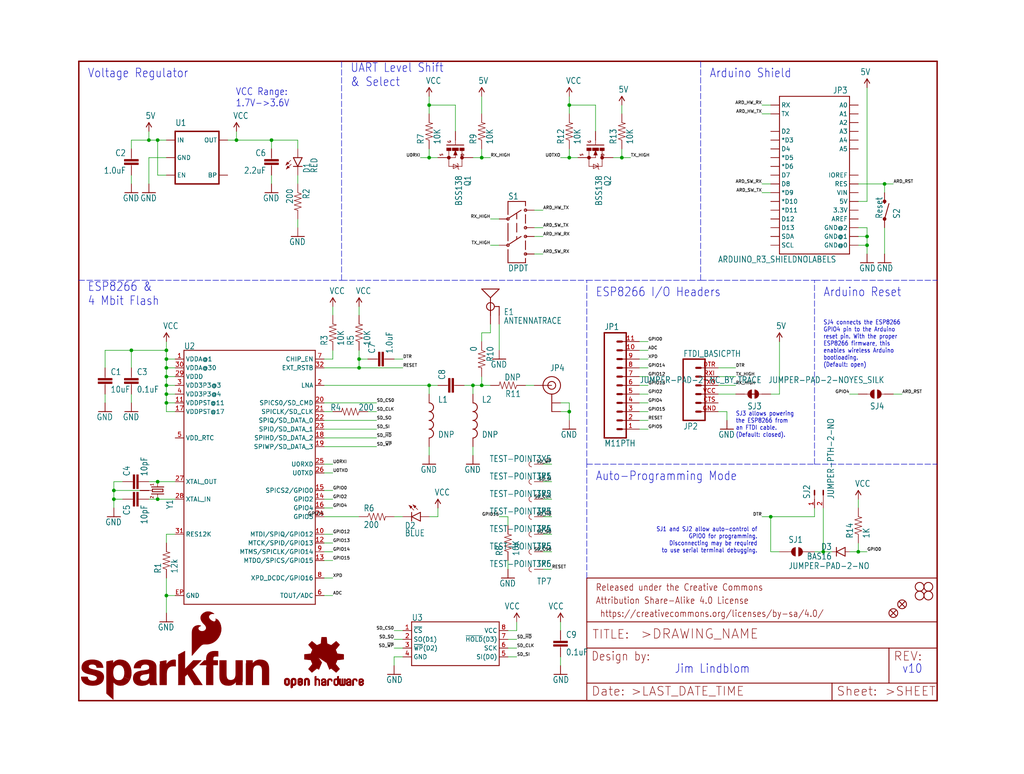
<source format=kicad_sch>
(kicad_sch (version 20211123) (generator eeschema)
  (paper "User" 297.002 224.485)
  (lib_symbols
    (symbol "eagleSchem-eagle-import:0.1UF-25V(+80{slash}-20%)(0603)"
      (property "Reference" "C" (at 1.524 2.921 0))
      (property "Value" "0.1UF-25V(+80{slash}-20%)(0603)" (at 1.524 -2.159 0))
      (symbol "0.1UF-25V(+80{slash}-20%)(0603)_1_0"
        (pin passive line (at 0 5.08 270) (length 2.54) (name "1") (number "1"))
        (pin passive line (at 0 -2.54 90) (length 2.54) (name "2") (number "2"))
      )
    )
    (symbol "eagleSchem-eagle-import:0OHM1{slash}10W5%(0603)"
      (property "Reference" "R" (at -3.81 1.4986 0))
      (property "Value" "0OHM1{slash}10W5%(0603)" (at -3.81 -3.302 0))
      (symbol "0OHM1{slash}10W5%(0603)_1_0"
        (pin passive line (at -5.08 0 0) (length 2.54) (name "1") (number "1"))
        (pin passive line (at 5.08 0 180) (length 2.54) (name "2") (number "2"))
      )
    )
    (symbol "eagleSchem-eagle-import:1.0UF-16V-10%(0603)"
      (property "Reference" "C" (at 1.524 2.921 0))
      (property "Value" "1.0UF-16V-10%(0603)" (at 1.524 -2.159 0))
      (symbol "1.0UF-16V-10%(0603)_1_0"
        (pin passive line (at 0 5.08 270) (length 2.54) (name "1") (number "1"))
        (pin passive line (at 0 -2.54 90) (length 2.54) (name "2") (number "2"))
      )
    )
    (symbol "eagleSchem-eagle-import:1.0UF-25V-+80{slash}-20(0805)"
      (property "Reference" "C" (at 1.524 2.921 0))
      (property "Value" "1.0UF-25V-+80{slash}-20(0805)" (at 1.524 -2.159 0))
      (symbol "1.0UF-25V-+80{slash}-20(0805)_1_0"
        (pin passive line (at 0 5.08 270) (length 2.54) (name "1") (number "1"))
        (pin passive line (at 0 -2.54 90) (length 2.54) (name "2") (number "2"))
      )
    )
    (symbol "eagleSchem-eagle-import:10KOHM1{slash}10W1%(0603)0603"
      (property "Reference" "R" (at -3.81 1.4986 0))
      (property "Value" "10KOHM1{slash}10W1%(0603)0603" (at -3.81 -3.302 0))
      (symbol "10KOHM1{slash}10W1%(0603)0603_1_0"
        (pin passive line (at -5.08 0 0) (length 2.54) (name "1") (number "1"))
        (pin passive line (at 5.08 0 180) (length 2.54) (name "2") (number "2"))
      )
    )
    (symbol "eagleSchem-eagle-import:10PF-50V-5%(0603)"
      (property "Reference" "C" (at 1.524 2.921 0))
      (property "Value" "10PF-50V-5%(0603)" (at 1.524 -2.159 0))
      (symbol "10PF-50V-5%(0603)_1_0"
        (pin passive line (at 0 5.08 270) (length 2.54) (name "1") (number "1"))
        (pin passive line (at 0 -2.54 90) (length 2.54) (name "2") (number "2"))
      )
    )
    (symbol "eagleSchem-eagle-import:10UF-6.3V-20%(0603)"
      (property "Reference" "C" (at 1.524 2.921 0))
      (property "Value" "10UF-6.3V-20%(0603)" (at 1.524 -2.159 0))
      (symbol "10UF-6.3V-20%(0603)_1_0"
        (pin passive line (at 0 5.08 270) (length 2.54) (name "1") (number "1"))
        (pin passive line (at 0 -2.54 90) (length 2.54) (name "2") (number "2"))
      )
    )
    (symbol "eagleSchem-eagle-import:12KOHM-1{slash}10W-1%(0603)"
      (property "Reference" "R" (at -3.81 1.4986 0))
      (property "Value" "12KOHM-1{slash}10W-1%(0603)" (at -3.81 -3.302 0))
      (symbol "12KOHM-1{slash}10W-1%(0603)_1_0"
        (pin passive line (at -5.08 0 0) (length 2.54) (name "1") (number "1"))
        (pin passive line (at 5.08 0 180) (length 2.54) (name "2") (number "2"))
      )
    )
    (symbol "eagleSchem-eagle-import:1KOHM1{slash}10W1%(0603)"
      (property "Reference" "R" (at -3.81 1.4986 0))
      (property "Value" "1KOHM1{slash}10W1%(0603)" (at -3.81 -3.302 0))
      (symbol "1KOHM1{slash}10W1%(0603)_1_0"
        (pin passive line (at -5.08 0 0) (length 2.54) (name "1") (number "1"))
        (pin passive line (at 5.08 0 180) (length 2.54) (name "2") (number "2"))
      )
    )
    (symbol "eagleSchem-eagle-import:2.2UF-10V-20%(0603)"
      (property "Reference" "C" (at 1.524 2.921 0))
      (property "Value" "2.2UF-10V-20%(0603)" (at 1.524 -2.159 0))
      (symbol "2.2UF-10V-20%(0603)_1_0"
        (pin passive line (at 0 5.08 270) (length 2.54) (name "1") (number "1"))
        (pin passive line (at 0 -2.54 90) (length 2.54) (name "2") (number "2"))
      )
    )
    (symbol "eagleSchem-eagle-import:200OHM1{slash}10W1%(0603)"
      (property "Reference" "R" (at -3.81 1.4986 0))
      (property "Value" "200OHM1{slash}10W1%(0603)" (at -3.81 -3.302 0))
      (symbol "200OHM1{slash}10W1%(0603)_1_0"
        (pin passive line (at -5.08 0 0) (length 2.54) (name "1") (number "1"))
        (pin passive line (at 5.08 0 180) (length 2.54) (name "2") (number "2"))
      )
    )
    (symbol "eagleSchem-eagle-import:5V" (power)
      (property "Value" "5V" (at -1.016 3.556 0))
      (symbol "5V_1_0"
        (pin power_in line (at 0 0 90) (length 2.54) (name "5V") (number "1"))
      )
    )
    (symbol "eagleSchem-eagle-import:ANTENNATRACE"
      (property "Reference" "E" (at 3.81 -7.62 0))
      (property "Value" "ANTENNATRACE" (at 3.81 -10.16 0))
      (symbol "ANTENNATRACE_1_0"
        (pin bidirectional line (at 0 -10.16 90) (length 2.54) (name "SIGNAL") (number "ANT"))
        (pin bidirectional line (at 2.54 -10.16 90) (length 2.54) (name "GND") (number "GND"))
        (pin bidirectional line (at 2.54 -10.16 90) (length 2.54) (name "GND") (number "GND2"))
      )
    )
    (symbol "eagleSchem-eagle-import:ARDUINO_R3_SHIELDNOLABELS"
      (property "Reference" "J" (at -9.652 21.082 0))
      (property "Value" "ARDUINO_R3_SHIELDNOLABELS" (at -6.35 -27.94 0))
      (symbol "ARDUINO_R3_SHIELDNOLABELS_1_0"
        (pin bidirectional line (at -12.7 -12.7 0) (length 2.54) (name "3.3V") (number "3.3V"))
        (pin bidirectional line (at -12.7 -10.16 0) (length 2.54) (name "5V") (number "5V"))
        (pin bidirectional line (at -12.7 17.78 0) (length 2.54) (name "A0") (number "A0"))
        (pin bidirectional line (at -12.7 15.24 0) (length 2.54) (name "A1") (number "A1"))
        (pin bidirectional line (at -12.7 12.7 0) (length 2.54) (name "A2") (number "A2"))
        (pin bidirectional line (at -12.7 10.16 0) (length 2.54) (name "A3") (number "A3"))
        (pin bidirectional line (at -12.7 7.62 0) (length 2.54) (name "A4") (number "A4"))
        (pin bidirectional line (at -12.7 5.08 0) (length 2.54) (name "A5") (number "A5"))
        (pin bidirectional line (at -12.7 -15.24 0) (length 2.54) (name "AREF") (number "AREF"))
        (pin bidirectional line (at 12.7 -10.16 180) (length 2.54) (name "*D10") (number "D10"))
        (pin bidirectional line (at 12.7 -12.7 180) (length 2.54) (name "*D11") (number "D11"))
        (pin bidirectional line (at 12.7 -15.24 180) (length 2.54) (name "D12") (number "D12"))
        (pin bidirectional line (at 12.7 -17.78 180) (length 2.54) (name "D13") (number "D13"))
        (pin bidirectional line (at 12.7 10.16 180) (length 2.54) (name "D2") (number "D2"))
        (pin bidirectional line (at 12.7 7.62 180) (length 2.54) (name "*D3") (number "D3"))
        (pin bidirectional line (at 12.7 5.08 180) (length 2.54) (name "D4") (number "D4"))
        (pin bidirectional line (at 12.7 2.54 180) (length 2.54) (name "*D5") (number "D5"))
        (pin bidirectional line (at 12.7 0 180) (length 2.54) (name "*D6") (number "D6"))
        (pin bidirectional line (at 12.7 -2.54 180) (length 2.54) (name "D7") (number "D7"))
        (pin bidirectional line (at 12.7 -5.08 180) (length 2.54) (name "D8") (number "D8"))
        (pin bidirectional line (at 12.7 -7.62 180) (length 2.54) (name "*D9") (number "D9"))
        (pin bidirectional line (at -12.7 -22.86 0) (length 2.54) (name "GND@0") (number "GND@0"))
        (pin bidirectional line (at -12.7 -20.32 0) (length 2.54) (name "GND@1") (number "GND@1"))
        (pin bidirectional line (at -12.7 -17.78 0) (length 2.54) (name "GND@2") (number "GND@2"))
        (pin bidirectional line (at -12.7 -2.54 0) (length 2.54) (name "IOREF") (number "IOREF"))
        (pin bidirectional line (at -12.7 -5.08 0) (length 2.54) (name "RES") (number "RES"))
        (pin bidirectional line (at 12.7 17.78 180) (length 2.54) (name "RX") (number "RX"))
        (pin bidirectional line (at 12.7 -22.86 180) (length 2.54) (name "SCL") (number "SCL"))
        (pin bidirectional line (at 12.7 -20.32 180) (length 2.54) (name "SDA") (number "SDA"))
        (pin bidirectional line (at 12.7 15.24 180) (length 2.54) (name "TX") (number "TX"))
        (pin bidirectional line (at -12.7 -7.62 0) (length 2.54) (name "VIN") (number "VIN"))
      )
    )
    (symbol "eagleSchem-eagle-import:AT25SF041-SOIC8"
      (property "Reference" "U" (at -12.7 5.334 0))
      (property "Value" "AT25SF041-SOIC8" (at -12.7 -7.874 0))
      (symbol "AT25SF041-SOIC8_1_0"
        (pin bidirectional line (at -15.24 2.54 0) (length 2.54) (name "~{CS}") (number "1"))
        (pin bidirectional line (at -15.24 0 0) (length 2.54) (name "SO(D1)") (number "2"))
        (pin bidirectional line (at -15.24 -2.54 0) (length 2.54) (name "~{WP}(D2)") (number "3"))
        (pin bidirectional line (at -15.24 -5.08 0) (length 2.54) (name "GND") (number "4"))
        (pin bidirectional line (at 15.24 -5.08 180) (length 2.54) (name "SI(D0)") (number "5"))
        (pin bidirectional line (at 15.24 -2.54 180) (length 2.54) (name "SCK") (number "6"))
        (pin bidirectional line (at 15.24 0 180) (length 2.54) (name "~{HOLD}(D3)") (number "7"))
        (pin bidirectional line (at 15.24 2.54 180) (length 2.54) (name "VCC") (number "8"))
      )
    )
    (symbol "eagleSchem-eagle-import:CAP0603-CAP"
      (property "Reference" "C" (at 1.524 2.921 0))
      (property "Value" "CAP0603-CAP" (at 1.524 -2.159 0))
      (symbol "CAP0603-CAP_1_0"
        (pin passive line (at 0 5.08 270) (length 2.54) (name "1") (number "1"))
        (pin passive line (at 0 -2.54 90) (length 2.54) (name "2") (number "2"))
      )
    )
    (symbol "eagleSchem-eagle-import:CRYSTAL-GROUNDED3.2X2.5"
      (property "Reference" "Y" (at 2.54 2.54 0))
      (property "Value" "CRYSTAL-GROUNDED3.2X2.5" (at 2.54 -2.54 0))
      (symbol "CRYSTAL-GROUNDED3.2X2.5_1_0"
        (text "1" (at -2.159 -1.143 0) (effects (font (size 0.8636 0.734)) (justify left bottom)))
        (text "2" (at 1.524 -1.143 0) (effects (font (size 0.8636 0.734)) (justify left bottom)))
        (pin passive line (at -2.54 0 0) (length 0) (name "1") (number "1"))
        (pin passive line (at 0 -5.08 90) (length 2.54) (name "GND") (number "2"))
        (pin passive line (at 2.54 0 180) (length 0) (name "2") (number "3"))
        (pin passive line (at 0 -5.08 90) (length 2.54) (name "GND") (number "4"))
      )
    )
    (symbol "eagleSchem-eagle-import:DIODEBAS16"
      (property "Reference" "D" (at 2.54 0.4826 0))
      (property "Value" "DIODEBAS16" (at 2.54 -2.3114 0))
      (symbol "DIODEBAS16_1_0"
        (pin passive line (at -2.54 0 0) (length 0) (name "A") (number "A"))
        (pin passive line (at 2.54 0 180) (length 0) (name "C") (number "C"))
      )
    )
    (symbol "eagleSchem-eagle-import:ESP8266"
      (property "Reference" "U" (at -20.32 38.354 0))
      (property "Value" "ESP8266" (at -20.32 -35.814 0))
      (symbol "ESP8266_1_0"
        (pin bidirectional line (at -22.86 35.56 0) (length 2.54) (name "VDDA@1") (number "1"))
        (pin bidirectional line (at 20.32 -15.24 180) (length 2.54) (name "MTDI/SPIQ/GPIO12") (number "10"))
        (pin bidirectional line (at -22.86 22.86 0) (length 2.54) (name "VDDPST@11") (number "11"))
        (pin bidirectional line (at 20.32 -17.78 180) (length 2.54) (name "MTCK/SPID/GPIO13") (number "12"))
        (pin bidirectional line (at 20.32 -22.86 180) (length 2.54) (name "MTDO/SPICS/GPIO15") (number "13"))
        (pin bidirectional line (at 20.32 -5.08 180) (length 2.54) (name "GPIO2") (number "14"))
        (pin bidirectional line (at 20.32 -2.54 180) (length 2.54) (name "SPICS2/GPIO0") (number "15"))
        (pin bidirectional line (at 20.32 -7.62 180) (length 2.54) (name "GPIO4") (number "16"))
        (pin bidirectional line (at -22.86 20.32 0) (length 2.54) (name "VDDPST@17") (number "17"))
        (pin bidirectional line (at 20.32 12.7 180) (length 2.54) (name "SPIHD/SD_DATA_2") (number "18"))
        (pin bidirectional line (at 20.32 10.16 180) (length 2.54) (name "SPIWP/SD_DATA_3") (number "19"))
        (pin bidirectional line (at 20.32 27.94 180) (length 2.54) (name "LNA") (number "2"))
        (pin bidirectional line (at 20.32 22.86 180) (length 2.54) (name "SPICS0/SD_CMD") (number "20"))
        (pin bidirectional line (at 20.32 20.32 180) (length 2.54) (name "SPICLK/SD_CLK") (number "21"))
        (pin bidirectional line (at 20.32 17.78 180) (length 2.54) (name "SPIQ/SD_DATA_0") (number "22"))
        (pin bidirectional line (at 20.32 15.24 180) (length 2.54) (name "SPID/SD_DATA_1") (number "23"))
        (pin bidirectional line (at 20.32 -10.16 180) (length 2.54) (name "GPIO5") (number "24"))
        (pin bidirectional line (at 20.32 5.08 180) (length 2.54) (name "U0RXD") (number "25"))
        (pin bidirectional line (at 20.32 2.54 180) (length 2.54) (name "U0TXD") (number "26"))
        (pin bidirectional line (at -22.86 0 0) (length 2.54) (name "XTAL_OUT") (number "27"))
        (pin bidirectional line (at -22.86 -5.08 0) (length 2.54) (name "XTAL_IN") (number "28"))
        (pin bidirectional line (at -22.86 30.48 0) (length 2.54) (name "VDDD") (number "29"))
        (pin bidirectional line (at -22.86 27.94 0) (length 2.54) (name "VDD3P3@3") (number "3"))
        (pin bidirectional line (at -22.86 33.02 0) (length 2.54) (name "VDDA@30") (number "30"))
        (pin bidirectional line (at -22.86 -15.24 0) (length 2.54) (name "RES12K") (number "31"))
        (pin bidirectional line (at 20.32 33.02 180) (length 2.54) (name "EXT_RSTB") (number "32"))
        (pin bidirectional line (at -22.86 25.4 0) (length 2.54) (name "VDD3P3@4") (number "4"))
        (pin bidirectional line (at -22.86 12.7 0) (length 2.54) (name "VDD_RTC") (number "5"))
        (pin bidirectional line (at 20.32 -33.02 180) (length 2.54) (name "TOUT/ADC") (number "6"))
        (pin bidirectional line (at 20.32 35.56 180) (length 2.54) (name "CHIP_EN") (number "7"))
        (pin bidirectional line (at 20.32 -27.94 180) (length 2.54) (name "XPD_DCDC/GPIO16") (number "8"))
        (pin bidirectional line (at 20.32 -20.32 180) (length 2.54) (name "MTMS/SPICLK/GPIO14") (number "9"))
        (pin bidirectional line (at -22.86 -33.02 0) (length 2.54) (name "GND") (number "EP"))
      )
    )
    (symbol "eagleSchem-eagle-import:FIDUCIAL1X2")
    (symbol "eagleSchem-eagle-import:FRAME-LETTER"
      (symbol "FRAME-LETTER_2_0"
        (text " https://creativecommons.org/licenses/by-sa/4.0/" (at 2.54 24.13 0) (effects (font (size 1.9304 1.6408)) (justify left bottom)))
        (text ">DRAWING_NAME" (at 15.494 17.78 0) (effects (font (size 2.7432 2.7432)) (justify left bottom)))
        (text ">LAST_DATE_TIME" (at 12.7 1.27 0) (effects (font (size 2.54 2.54)) (justify left bottom)))
        (text ">SHEET" (at 86.36 1.27 0) (effects (font (size 2.54 2.54)) (justify left bottom)))
        (text "Attribution Share-Alike 4.0 License" (at 2.54 27.94 0) (effects (font (size 1.9304 1.6408)) (justify left bottom)))
        (text "Date:" (at 1.27 1.27 0) (effects (font (size 2.54 2.54)) (justify left bottom)))
        (text "Design by:" (at 1.27 11.43 0) (effects (font (size 2.54 2.159)) (justify left bottom)))
        (text "Released under the Creative Commons" (at 2.54 31.75 0) (effects (font (size 1.9304 1.6408)) (justify left bottom)))
        (text "REV:" (at 88.9 11.43 0) (effects (font (size 2.54 2.54)) (justify left bottom)))
        (text "Sheet:" (at 72.39 1.27 0) (effects (font (size 2.54 2.54)) (justify left bottom)))
        (text "TITLE:" (at 1.524 17.78 0) (effects (font (size 2.54 2.54)) (justify left bottom)))
      )
    )
    (symbol "eagleSchem-eagle-import:FTDI_BASICPTH"
      (property "Reference" "JP" (at -5.08 10.922 0))
      (property "Value" "FTDI_BASICPTH" (at -5.08 -10.16 0))
      (symbol "FTDI_BASICPTH_1_0"
        (pin passive line (at 5.08 5.08 180) (length 5.08) (name "5") (number "CTS"))
        (pin passive line (at 5.08 -5.08 180) (length 5.08) (name "1") (number "DTR"))
        (pin passive line (at 5.08 7.62 180) (length 5.08) (name "6") (number "GND"))
        (pin passive line (at 5.08 -2.54 180) (length 5.08) (name "2") (number "RXI"))
        (pin passive line (at 5.08 0 180) (length 5.08) (name "3") (number "TXO"))
        (pin passive line (at 5.08 2.54 180) (length 5.08) (name "4") (number "VCC"))
      )
    )
    (symbol "eagleSchem-eagle-import:GND" (power)
      (property "Value" "GND" (at -2.54 -2.54 0))
      (symbol "GND_1_0"
        (pin power_in line (at 0 2.54 270) (length 2.54) (name "GND") (number "1"))
      )
    )
    (symbol "eagleSchem-eagle-import:INDUCTOR0603"
      (property "Reference" "L" (at 2.54 5.08 0))
      (property "Value" "INDUCTOR0603" (at 2.54 -5.08 0))
      (symbol "INDUCTOR0603_1_0"
        (pin passive line (at 0 7.62 270) (length 2.54) (name "1") (number "1"))
        (pin passive line (at 0 -7.62 90) (length 2.54) (name "2") (number "2"))
      )
    )
    (symbol "eagleSchem-eagle-import:JUMPER-PAD-2-NC_BY_TRACE"
      (property "Reference" "SJ" (at -2.54 2.54 0))
      (property "Value" "JUMPER-PAD-2-NC_BY_TRACE" (at -2.54 -5.08 0))
      (symbol "JUMPER-PAD-2-NC_BY_TRACE_1_0"
        (pin passive line (at -5.08 0 0) (length 2.54) (name "1") (number "1"))
        (pin passive line (at 5.08 0 180) (length 2.54) (name "2") (number "2"))
      )
    )
    (symbol "eagleSchem-eagle-import:JUMPER-PAD-2-NO"
      (property "Reference" "SJ" (at -2.54 2.54 0))
      (property "Value" "JUMPER-PAD-2-NO" (at -2.54 -5.08 0))
      (symbol "JUMPER-PAD-2-NO_1_0"
        (pin passive line (at -5.08 0 0) (length 2.54) (name "1") (number "1"))
        (pin passive line (at 5.08 0 180) (length 2.54) (name "2") (number "2"))
      )
    )
    (symbol "eagleSchem-eagle-import:JUMPER-PAD-2-NOYES_SILK"
      (property "Reference" "SJ" (at -2.54 2.54 0))
      (property "Value" "JUMPER-PAD-2-NOYES_SILK" (at -2.54 -5.08 0))
      (symbol "JUMPER-PAD-2-NOYES_SILK_1_0"
        (pin passive line (at -5.08 0 0) (length 2.54) (name "1") (number "1"))
        (pin passive line (at 5.08 0 180) (length 2.54) (name "2") (number "2"))
      )
    )
    (symbol "eagleSchem-eagle-import:JUMPER-PTH-2-NO"
      (property "Reference" "SJ" (at -1.27 0 90))
      (property "Value" "JUMPER-PTH-2-NO" (at 5.715 0 90))
      (symbol "JUMPER-PTH-2-NO_1_0"
        (pin passive line (at 0 -2.54 90) (length 2.54) (name "1") (number "1"))
        (pin passive line (at 2.54 -2.54 90) (length 2.54) (name "2") (number "2"))
      )
    )
    (symbol "eagleSchem-eagle-import:LED-BLUE0603"
      (property "Reference" "D" (at 3.556 -4.572 90))
      (property "Value" "LED-BLUE0603" (at 5.715 -4.572 90))
      (symbol "LED-BLUE0603_1_0"
        (pin passive line (at 0 2.54 270) (length 2.54) (name "A") (number "A"))
        (pin passive line (at 0 -5.08 90) (length 2.54) (name "C") (number "C"))
      )
    )
    (symbol "eagleSchem-eagle-import:LED-RED0603"
      (property "Reference" "D" (at 3.556 -4.572 90))
      (property "Value" "LED-RED0603" (at 5.715 -4.572 90))
      (symbol "LED-RED0603_1_0"
        (pin passive line (at 0 2.54 270) (length 2.54) (name "A") (number "A"))
        (pin passive line (at 0 -5.08 90) (length 2.54) (name "C") (number "C"))
      )
    )
    (symbol "eagleSchem-eagle-import:M11PTH"
      (property "Reference" "JP" (at 0 16.002 0))
      (property "Value" "M11PTH" (at 0 -17.78 0))
      (symbol "M11PTH_1_0"
        (pin passive line (at 10.16 -12.7 180) (length 5.08) (name "1") (number "1"))
        (pin passive line (at 10.16 10.16 180) (length 5.08) (name "10") (number "10"))
        (pin passive line (at 10.16 12.7 180) (length 5.08) (name "11") (number "11"))
        (pin passive line (at 10.16 -10.16 180) (length 5.08) (name "2") (number "2"))
        (pin passive line (at 10.16 -7.62 180) (length 5.08) (name "3") (number "3"))
        (pin passive line (at 10.16 -5.08 180) (length 5.08) (name "4") (number "4"))
        (pin passive line (at 10.16 -2.54 180) (length 5.08) (name "5") (number "5"))
        (pin passive line (at 10.16 0 180) (length 5.08) (name "6") (number "6"))
        (pin passive line (at 10.16 2.54 180) (length 5.08) (name "7") (number "7"))
        (pin passive line (at 10.16 5.08 180) (length 5.08) (name "8") (number "8"))
        (pin passive line (at 10.16 7.62 180) (length 5.08) (name "9") (number "9"))
      )
    )
    (symbol "eagleSchem-eagle-import:MOSFET-NCHANNELBSS138"
      (property "Reference" "Q" (at 5.08 2.54 0))
      (property "Value" "MOSFET-NCHANNELBSS138" (at 5.08 0 0))
      (symbol "MOSFET-NCHANNELBSS138_1_0"
        (text "D" (at -1.27 2.54 0) (effects (font (size 0.8128 0.6908)) (justify left bottom)))
        (text "G" (at -5.08 -1.27 0) (effects (font (size 0.8128 0.6908)) (justify left bottom)))
        (text "S" (at -1.27 -3.556 0) (effects (font (size 0.8128 0.6908)) (justify left bottom)))
        (pin passive line (at -7.62 0 0) (length 2.54) (name "G") (number "1"))
        (pin passive line (at 0 -5.08 90) (length 2.54) (name "S") (number "2"))
        (pin passive line (at 0 5.08 270) (length 2.54) (name "D") (number "3"))
      )
    )
    (symbol "eagleSchem-eagle-import:OSHW-LOGOM")
    (symbol "eagleSchem-eagle-import:RESISTOR0603-RES"
      (property "Reference" "R" (at -3.81 1.4986 0))
      (property "Value" "RESISTOR0603-RES" (at -3.81 -3.302 0))
      (symbol "RESISTOR0603-RES_1_0"
        (pin passive line (at -5.08 0 0) (length 2.54) (name "1") (number "1"))
        (pin passive line (at 5.08 0 180) (length 2.54) (name "2") (number "2"))
      )
    )
    (symbol "eagleSchem-eagle-import:SFE_LOGO_NAME_FLAME.2_INCH")
    (symbol "eagleSchem-eagle-import:STAND-OFF")
    (symbol "eagleSchem-eagle-import:SWITCH-DPDTAYZ0202"
      (property "Reference" "S" (at -2.54 8.128 0))
      (property "Value" "SWITCH-DPDTAYZ0202" (at -2.54 -12.7 0))
      (symbol "SWITCH-DPDTAYZ0202_1_0"
        (pin bidirectional line (at 5.08 5.08 180) (length 2.54) (name "1") (number "1"))
        (pin bidirectional line (at -5.08 2.54 0) (length 2.54) (name "2") (number "2"))
        (pin bidirectional line (at 5.08 0 180) (length 2.54) (name "3") (number "3"))
        (pin bidirectional line (at 5.08 -2.54 180) (length 2.54) (name "4") (number "4"))
        (pin bidirectional line (at -5.08 -5.08 0) (length 2.54) (name "5") (number "5"))
        (pin bidirectional line (at 5.08 -7.62 180) (length 2.54) (name "6") (number "6"))
      )
    )
    (symbol "eagleSchem-eagle-import:SWITCH-MOMENTARY-2SMD"
      (property "Reference" "S" (at -2.54 2.54 0))
      (property "Value" "SWITCH-MOMENTARY-2SMD" (at -2.54 -2.54 0))
      (symbol "SWITCH-MOMENTARY-2SMD_1_0"
        (pin passive line (at -5.08 0 0) (length 2.54) (name "1") (number "1"))
        (pin passive line (at 5.08 0 180) (length 2.54) (name "2") (number "3"))
      )
    )
    (symbol "eagleSchem-eagle-import:TEST-POINT3X5"
      (property "Reference" "TP" (at -2.54 2.54 0))
      (property "Value" "TEST-POINT3X5" (at -2.54 -2.54 0))
      (symbol "TEST-POINT3X5_1_0"
        (pin bidirectional line (at 0 0 180) (length 0) (name "1") (number "P$1"))
      )
    )
    (symbol "eagleSchem-eagle-import:U.FL"
      (property "Reference" "J" (at -3.81 4.064 0))
      (symbol "U.FL_1_0"
        (pin bidirectional line (at -2.54 -5.08 0) (length 2.54) (name "GND@0") (number "P$1"))
        (pin bidirectional line (at -2.54 -7.62 0) (length 2.54) (name "GND@1") (number "P$2"))
        (pin bidirectional line (at 5.08 0 180) (length 5.08) (name "SIGNAL") (number "P$3"))
      )
    )
    (symbol "eagleSchem-eagle-import:VCC" (power)
      (property "Value" "VCC" (at -1.016 3.556 0))
      (symbol "VCC_1_0"
        (pin power_in line (at 0 0 90) (length 2.54) (name "VCC") (number "1"))
      )
    )
    (symbol "eagleSchem-eagle-import:V_REG_LDOSMD"
      (property "Reference" "U" (at -7.62 9.144 0))
      (property "Value" "V_REG_LDOSMD" (at -7.62 -11.43 0))
      (symbol "V_REG_LDOSMD_1_0"
        (pin input line (at -10.16 5.08 0) (length 2.54) (name "IN") (number "1"))
        (pin input line (at -10.16 0 0) (length 2.54) (name "GND") (number "2"))
        (pin input line (at -10.16 -5.08 0) (length 2.54) (name "EN") (number "3"))
        (pin input line (at 7.62 -5.08 180) (length 2.54) (name "BP") (number "4"))
        (pin passive line (at 7.62 5.08 180) (length 2.54) (name "OUT") (number "5"))
      )
    )
  )
  (junction (at 48.26 109.22))
  (junction (at 124.46 30.48))
  (junction (at 43.18 40.64))
  (junction (at 251.46 68.58))
  (junction (at 48.26 114.3))
  (junction (at 238.76 160.02))
  (junction (at 223.52 149.86))
  (junction (at 33.02 142.24))
  (junction (at 48.26 104.14))
  (junction (at 45.72 40.64))
  (junction (at 124.46 111.76))
  (junction (at 165.1 30.48))
  (junction (at 48.26 111.76))
  (junction (at 33.02 144.78))
  (junction (at 48.26 101.6))
  (junction (at 104.14 106.68))
  (junction (at 180.34 45.72))
  (junction (at 48.26 172.72))
  (junction (at 48.26 106.68))
  (junction (at 256.54 53.34))
  (junction (at 124.46 45.72))
  (junction (at 139.7 45.72))
  (junction (at 48.26 116.84))
  (junction (at 45.72 139.7))
  (junction (at 45.72 144.78))
  (junction (at 38.1 101.6))
  (junction (at 165.1 119.38))
  (junction (at 68.58 40.64))
  (junction (at 248.92 160.02))
  (junction (at 251.46 71.12))
  (junction (at 104.14 104.14))
  (junction (at 139.7 111.76))
  (junction (at 137.16 111.76))
  (junction (at 165.1 45.72))
  (junction (at 78.74 40.64))
  (wire (pts (xy 147.32 152.4) (xy 147.32 149.86)))
  (wire (pts (xy 139.7 96.52) (xy 142.24 96.52)))
  (wire (pts (xy 251.46 66.04) (xy 251.46 68.58)))
  (wire (pts (xy 68.58 40.64) (xy 68.58 38.1)))
  (wire (pts (xy 185.42 119.38) (xy 187.96 119.38)))
  (wire (pts (xy 248.92 157.48) (xy 248.92 160.02)))
  (wire (pts (xy 185.42 114.3) (xy 187.96 114.3)))
  (wire (pts (xy 104.14 106.68) (xy 104.14 104.14)))
  (wire (pts (xy 124.46 30.48) (xy 132.08 30.48)))
  (wire (pts (xy 116.84 190.5) (xy 114.3 190.5)))
  (wire (pts (xy 93.98 119.38) (xy 96.52 119.38)))
  (wire (pts (xy 157.48 154.94) (xy 160.02 154.94)))
  (wire (pts (xy 208.28 114.3) (xy 213.36 114.3)))
  (wire (pts (xy 104.14 106.68) (xy 116.84 106.68)))
  (wire (pts (xy 246.38 160.02) (xy 248.92 160.02)))
  (wire (pts (xy 154.94 60.96) (xy 157.48 60.96)))
  (wire (pts (xy 142.24 96.52) (xy 142.24 93.98)))
  (wire (pts (xy 116.84 149.86) (xy 114.3 149.86)))
  (wire (pts (xy 248.92 144.78) (xy 248.92 147.32)))
  (wire (pts (xy 48.26 172.72) (xy 48.26 167.64)))
  (wire (pts (xy 66.04 40.64) (xy 68.58 40.64)))
  (polyline (pts (xy 203.2 81.28) (xy 236.22 81.28)))
  (wire (pts (xy 43.18 40.64) (xy 43.18 38.1)))
  (wire (pts (xy 33.02 142.24) (xy 33.02 144.78)))
  (wire (pts (xy 48.26 106.68) (xy 48.26 104.14)))
  (wire (pts (xy 236.22 149.86) (xy 223.52 149.86)))
  (wire (pts (xy 45.72 50.8) (xy 45.72 40.64)))
  (wire (pts (xy 137.16 45.72) (xy 139.7 45.72)))
  (wire (pts (xy 134.62 111.76) (xy 137.16 111.76)))
  (wire (pts (xy 50.8 114.3) (xy 48.26 114.3)))
  (wire (pts (xy 165.1 45.72) (xy 162.56 45.72)))
  (wire (pts (xy 93.98 172.72) (xy 96.52 172.72)))
  (wire (pts (xy 43.18 139.7) (xy 45.72 139.7)))
  (wire (pts (xy 147.32 165.1) (xy 147.32 162.56)))
  (polyline (pts (xy 236.22 81.28) (xy 271.78 81.28)))
  (wire (pts (xy 157.48 165.1) (xy 160.02 165.1)))
  (wire (pts (xy 208.28 111.76) (xy 213.36 111.76)))
  (wire (pts (xy 48.26 116.84) (xy 48.26 114.3)))
  (wire (pts (xy 208.28 119.38) (xy 210.82 119.38)))
  (wire (pts (xy 38.1 101.6) (xy 48.26 101.6)))
  (wire (pts (xy 226.06 160.02) (xy 223.52 160.02)))
  (wire (pts (xy 162.56 193.04) (xy 162.56 190.5)))
  (wire (pts (xy 127 149.86) (xy 127 147.32)))
  (wire (pts (xy 208.28 109.22) (xy 213.36 109.22)))
  (wire (pts (xy 68.58 40.64) (xy 78.74 40.64)))
  (wire (pts (xy 124.46 33.02) (xy 124.46 30.48)))
  (wire (pts (xy 86.36 40.64) (xy 86.36 43.18)))
  (wire (pts (xy 165.1 30.48) (xy 172.72 30.48)))
  (wire (pts (xy 93.98 144.78) (xy 96.52 144.78)))
  (wire (pts (xy 78.74 53.34) (xy 78.74 50.8)))
  (wire (pts (xy 93.98 160.02) (xy 96.52 160.02)))
  (wire (pts (xy 45.72 139.7) (xy 50.8 139.7)))
  (wire (pts (xy 157.48 139.7) (xy 160.02 139.7)))
  (wire (pts (xy 106.68 119.38) (xy 109.22 119.38)))
  (wire (pts (xy 45.72 144.78) (xy 50.8 144.78)))
  (wire (pts (xy 48.26 104.14) (xy 48.26 101.6)))
  (wire (pts (xy 223.52 33.02) (xy 220.98 33.02)))
  (wire (pts (xy 139.7 111.76) (xy 142.24 111.76)))
  (wire (pts (xy 35.56 139.7) (xy 33.02 139.7)))
  (wire (pts (xy 50.8 111.76) (xy 48.26 111.76)))
  (wire (pts (xy 139.7 99.06) (xy 139.7 96.52)))
  (wire (pts (xy 185.42 99.06) (xy 187.96 99.06)))
  (wire (pts (xy 248.92 66.04) (xy 251.46 66.04)))
  (wire (pts (xy 236.22 160.02) (xy 238.76 160.02)))
  (wire (pts (xy 104.14 106.68) (xy 93.98 106.68)))
  (wire (pts (xy 223.52 53.34) (xy 220.98 53.34)))
  (wire (pts (xy 248.92 71.12) (xy 251.46 71.12)))
  (wire (pts (xy 165.1 121.92) (xy 165.1 119.38)))
  (wire (pts (xy 137.16 111.76) (xy 139.7 111.76)))
  (wire (pts (xy 48.26 101.6) (xy 48.26 99.06)))
  (wire (pts (xy 185.42 106.68) (xy 187.96 106.68)))
  (wire (pts (xy 114.3 190.5) (xy 114.3 193.04)))
  (wire (pts (xy 116.84 182.88) (xy 114.3 182.88)))
  (wire (pts (xy 109.22 121.92) (xy 93.98 121.92)))
  (wire (pts (xy 106.68 104.14) (xy 104.14 104.14)))
  (wire (pts (xy 93.98 111.76) (xy 124.46 111.76)))
  (wire (pts (xy 223.52 114.3) (xy 226.06 114.3)))
  (wire (pts (xy 256.54 66.04) (xy 256.54 73.66)))
  (wire (pts (xy 30.48 106.68) (xy 30.48 101.6)))
  (wire (pts (xy 248.92 68.58) (xy 251.46 68.58)))
  (wire (pts (xy 238.76 160.02) (xy 238.76 147.32)))
  (wire (pts (xy 50.8 106.68) (xy 48.26 106.68)))
  (wire (pts (xy 50.8 104.14) (xy 48.26 104.14)))
  (wire (pts (xy 208.28 106.68) (xy 213.36 106.68)))
  (polyline (pts (xy 236.22 134.62) (xy 236.22 81.28)))
  (wire (pts (xy 96.52 104.14) (xy 96.52 101.6)))
  (wire (pts (xy 147.32 187.96) (xy 149.86 187.96)))
  (wire (pts (xy 139.7 27.94) (xy 139.7 33.02)))
  (wire (pts (xy 167.64 45.72) (xy 165.1 45.72)))
  (wire (pts (xy 48.26 40.64) (xy 45.72 40.64)))
  (wire (pts (xy 30.48 116.84) (xy 30.48 114.3)))
  (wire (pts (xy 124.46 45.72) (xy 124.46 43.18)))
  (wire (pts (xy 162.56 180.34) (xy 162.56 182.88)))
  (wire (pts (xy 45.72 40.64) (xy 43.18 40.64)))
  (wire (pts (xy 78.74 40.64) (xy 86.36 40.64)))
  (wire (pts (xy 86.36 66.04) (xy 86.36 63.5)))
  (wire (pts (xy 139.7 111.76) (xy 139.7 109.22)))
  (wire (pts (xy 38.1 40.64) (xy 38.1 43.18)))
  (polyline (pts (xy 170.18 167.64) (xy 170.18 134.62)))
  (wire (pts (xy 33.02 139.7) (xy 33.02 142.24)))
  (wire (pts (xy 185.42 121.92) (xy 187.96 121.92)))
  (wire (pts (xy 185.42 109.22) (xy 187.96 109.22)))
  (wire (pts (xy 162.56 116.84) (xy 165.1 116.84)))
  (wire (pts (xy 177.8 45.72) (xy 180.34 45.72)))
  (wire (pts (xy 137.16 129.54) (xy 137.16 132.08)))
  (wire (pts (xy 93.98 137.16) (xy 96.52 137.16)))
  (wire (pts (xy 124.46 111.76) (xy 127 111.76)))
  (wire (pts (xy 165.1 33.02) (xy 165.1 30.48)))
  (wire (pts (xy 50.8 154.94) (xy 48.26 154.94)))
  (polyline (pts (xy 170.18 134.62) (xy 236.22 134.62)))
  (wire (pts (xy 50.8 116.84) (xy 48.26 116.84)))
  (wire (pts (xy 180.34 45.72) (xy 180.34 43.18)))
  (wire (pts (xy 43.18 45.72) (xy 43.18 53.34)))
  (wire (pts (xy 152.4 111.76) (xy 154.94 111.76)))
  (wire (pts (xy 93.98 142.24) (xy 96.52 142.24)))
  (wire (pts (xy 236.22 147.32) (xy 236.22 149.86)))
  (wire (pts (xy 180.34 45.72) (xy 182.88 45.72)))
  (wire (pts (xy 248.92 160.02) (xy 251.46 160.02)))
  (wire (pts (xy 33.02 144.78) (xy 33.02 147.32)))
  (wire (pts (xy 210.82 119.38) (xy 210.82 121.92)))
  (wire (pts (xy 124.46 30.48) (xy 124.46 27.94)))
  (wire (pts (xy 38.1 106.68) (xy 38.1 101.6)))
  (wire (pts (xy 109.22 124.46) (xy 93.98 124.46)))
  (wire (pts (xy 157.48 144.78) (xy 160.02 144.78)))
  (wire (pts (xy 116.84 185.42) (xy 114.3 185.42)))
  (wire (pts (xy 48.26 154.94) (xy 48.26 157.48)))
  (wire (pts (xy 165.1 119.38) (xy 162.56 119.38)))
  (wire (pts (xy 43.18 144.78) (xy 45.72 144.78)))
  (wire (pts (xy 180.34 33.02) (xy 180.34 30.48)))
  (wire (pts (xy 251.46 68.58) (xy 251.46 71.12)))
  (wire (pts (xy 93.98 147.32) (xy 96.52 147.32)))
  (wire (pts (xy 165.1 30.48) (xy 165.1 27.94)))
  (polyline (pts (xy 99.06 81.28) (xy 170.18 81.28)))
  (wire (pts (xy 48.26 109.22) (xy 48.26 106.68)))
  (wire (pts (xy 93.98 157.48) (xy 96.52 157.48)))
  (wire (pts (xy 124.46 45.72) (xy 121.92 45.72)))
  (wire (pts (xy 223.52 30.48) (xy 220.98 30.48)))
  (wire (pts (xy 241.3 160.02) (xy 238.76 160.02)))
  (wire (pts (xy 50.8 119.38) (xy 48.26 119.38)))
  (wire (pts (xy 139.7 45.72) (xy 142.24 45.72)))
  (wire (pts (xy 109.22 127) (xy 93.98 127)))
  (wire (pts (xy 185.42 116.84) (xy 187.96 116.84)))
  (wire (pts (xy 256.54 53.34) (xy 256.54 55.88)))
  (wire (pts (xy 154.94 73.66) (xy 157.48 73.66)))
  (wire (pts (xy 124.46 111.76) (xy 124.46 114.3)))
  (wire (pts (xy 48.26 172.72) (xy 48.26 177.8)))
  (polyline (pts (xy 236.22 134.62) (xy 271.78 134.62)))
  (wire (pts (xy 172.72 30.48) (xy 172.72 38.1)))
  (wire (pts (xy 154.94 68.58) (xy 157.48 68.58)))
  (wire (pts (xy 109.22 129.54) (xy 93.98 129.54)))
  (wire (pts (xy 251.46 58.42) (xy 251.46 25.4)))
  (wire (pts (xy 139.7 45.72) (xy 139.7 43.18)))
  (wire (pts (xy 248.92 53.34) (xy 256.54 53.34)))
  (wire (pts (xy 93.98 154.94) (xy 96.52 154.94)))
  (wire (pts (xy 104.14 88.9) (xy 104.14 91.44)))
  (wire (pts (xy 132.08 30.48) (xy 132.08 38.1)))
  (wire (pts (xy 147.32 149.86) (xy 144.78 149.86)))
  (polyline (pts (xy 22.86 81.28) (xy 99.06 81.28)))
  (wire (pts (xy 157.48 160.02) (xy 160.02 160.02)))
  (wire (pts (xy 43.18 40.64) (xy 38.1 40.64)))
  (wire (pts (xy 144.78 71.12) (xy 142.24 71.12)))
  (wire (pts (xy 86.36 53.34) (xy 86.36 50.8)))
  (wire (pts (xy 185.42 124.46) (xy 187.96 124.46)))
  (wire (pts (xy 93.98 134.62) (xy 96.52 134.62)))
  (wire (pts (xy 157.48 149.86) (xy 160.02 149.86)))
  (wire (pts (xy 248.92 58.42) (xy 251.46 58.42)))
  (polyline (pts (xy 170.18 134.62) (xy 170.18 81.28)))
  (polyline (pts (xy 170.18 81.28) (xy 203.2 81.28)))
  (wire (pts (xy 223.52 55.88) (xy 220.98 55.88)))
  (wire (pts (xy 127 45.72) (xy 124.46 45.72)))
  (wire (pts (xy 48.26 119.38) (xy 48.26 116.84)))
  (wire (pts (xy 38.1 50.8) (xy 38.1 53.34)))
  (wire (pts (xy 93.98 162.56) (xy 96.52 162.56)))
  (wire (pts (xy 48.26 50.8) (xy 45.72 50.8)))
  (wire (pts (xy 165.1 116.84) (xy 165.1 119.38)))
  (wire (pts (xy 93.98 104.14) (xy 96.52 104.14)))
  (wire (pts (xy 116.84 187.96) (xy 114.3 187.96)))
  (wire (pts (xy 114.3 104.14) (xy 116.84 104.14)))
  (wire (pts (xy 185.42 101.6) (xy 187.96 101.6)))
  (wire (pts (xy 259.08 114.3) (xy 261.62 114.3)))
  (wire (pts (xy 144.78 93.98) (xy 144.78 101.6)))
  (wire (pts (xy 40.64 142.24) (xy 33.02 142.24)))
  (wire (pts (xy 147.32 190.5) (xy 149.86 190.5)))
  (wire (pts (xy 50.8 109.22) (xy 48.26 109.22)))
  (wire (pts (xy 226.06 114.3) (xy 226.06 99.06)))
  (wire (pts (xy 50.8 172.72) (xy 48.26 172.72)))
  (wire (pts (xy 256.54 53.34) (xy 259.08 53.34)))
  (wire (pts (xy 96.52 88.9) (xy 96.52 91.44)))
  (wire (pts (xy 223.52 160.02) (xy 223.52 149.86)))
  (wire (pts (xy 144.78 63.5) (xy 142.24 63.5)))
  (wire (pts (xy 124.46 132.08) (xy 124.46 129.54)))
  (wire (pts (xy 35.56 144.78) (xy 33.02 144.78)))
  (wire (pts (xy 48.26 114.3) (xy 48.26 111.76)))
  (wire (pts (xy 147.32 182.88) (xy 149.86 182.88)))
  (polyline (pts (xy 99.06 81.28) (xy 99.06 17.78)))
  (wire (pts (xy 48.26 111.76) (xy 48.26 109.22)))
  (wire (pts (xy 147.32 185.42) (xy 149.86 185.42)))
  (wire (pts (xy 185.42 104.14) (xy 187.96 104.14)))
  (wire (pts (xy 157.48 134.62) (xy 160.02 134.62)))
  (wire (pts (xy 248.92 114.3) (xy 246.38 114.3)))
  (wire (pts (xy 154.94 66.04) (xy 157.48 66.04)))
  (wire (pts (xy 185.42 111.76) (xy 187.96 111.76)))
  (wire (pts (xy 93.98 167.64) (xy 96.52 167.64)))
  (wire (pts (xy 48.26 45.72) (xy 43.18 45.72)))
  (wire (pts (xy 38.1 116.84) (xy 38.1 114.3)))
  (wire (pts (xy 78.74 40.64) (xy 78.74 43.18)))
  (wire (pts (xy 124.46 149.86) (xy 127 149.86)))
  (wire (pts (xy 109.22 116.84) (xy 93.98 116.84)))
  (wire (pts (xy 251.46 71.12) (xy 251.46 73.66)))
  (wire (pts (xy 104.14 104.14) (xy 104.14 101.6)))
  (wire (pts (xy 93.98 149.86) (xy 104.14 149.86)))
  (wire (pts (xy 223.52 149.86) (xy 220.98 149.86)))
  (wire (pts (xy 137.16 111.76) (xy 137.16 114.3)))
  (wire (pts (xy 30.48 101.6) (xy 38.1 101.6)))
  (polyline (pts (xy 203.2 81.28) (xy 203.2 17.78)))
  (wire (pts (xy 165.1 45.72) (xy 165.1 43.18)))
  (wire (pts (xy 149.86 182.88) (xy 149.86 180.34)))
  (text "Voltage Regulator" (at 25.4 22.86 180) (effects (font (size 2.54 2.159)) (justify left bottom)))
  (text "SJ1 and SJ2 allow auto-control of\nGPIO0 for programming.\nDisconnecting may be required\nto use serial terminal debugging." (at 219.71 152.908 0) (effects (font (size 1.27 1.0795)) (justify right top)))
  (text "SJ4 connects the ESP8266\nGPIO4 pin to the Arduino\nreset pin. With the proper\nESP8266 firmware, this\nenables wireless Arduino\nbootloading.\n(Default: open)" (at 238.76 106.68 0) (effects (font (size 1.27 1.0795)) (justify left bottom)))
  (text "SJ3 allows powering\nthe ESP8266 from\nan FTDI cable.\n(Default: closed)." (at 213.36 127 0) (effects (font (size 1.27 1.0795)) (justify left bottom)))
  (text "VCC Range:\n1.7V->3.6V" (at 68.326 31.242 180) (effects (font (size 2.032 1.7272)) (justify left bottom)))
  (text "Arduino Reset" (at 238.76 86.36 180) (effects (font (size 2.54 2.159)) (justify left bottom)))
  (text "v10" (at 261.62 195.58 180) (effects (font (size 2.54 2.159)) (justify left bottom)))
  (text "ESP8266 &\n4 Mbit Flash" (at 25.4 88.9 180) (effects (font (size 2.54 2.159)) (justify left bottom)))
  (text "Auto-Programming Mode" (at 172.72 139.7 180) (effects (font (size 2.54 2.159)) (justify left bottom)))
  (text "ESP8266 I/O Headers" (at 172.72 86.36 180) (effects (font (size 2.54 2.159)) (justify left bottom)))
  (text "UART Level Shift\n& Select" (at 101.6 25.4 180) (effects (font (size 2.54 2.159)) (justify left bottom)))
  (text "Jim Lindblom" (at 195.58 195.58 180) (effects (font (size 2.54 2.159)) (justify left bottom)))
  (text "Arduino Shield" (at 205.74 22.86 180) (effects (font (size 2.54 2.159)) (justify left bottom)))
  (label "SD_~{HD}" (at 149.86 185.42 0) (effects (font (size 0.889 0.889))))
  (label "SD_~{WP}" (at 109.22 129.54 0) (effects (font (size 0.889 0.889))))
  (label "SD_SO" (at 109.22 121.92 0) (effects (font (size 0.889 0.889))))
  (label "GPIO12" (at 187.96 109.22 0) (effects (font (size 0.889 0.889))))
  (label "TX_HIGH" (at 182.88 45.72 0) (effects (font (size 0.889 0.889))))
  (label "GPIO0" (at 187.96 99.06 0) (effects (font (size 0.889 0.889))))
  (label "TX_HIGH" (at 213.36 109.22 0) (effects (font (size 0.889 0.889))))
  (label "SD_SI" (at 149.86 190.5 0) (effects (font (size 0.889 0.889))))
  (label "ARD_SW_RX" (at 157.48 73.66 0) (effects (font (size 0.889 0.889))))
  (label "ADC" (at 96.52 172.72 0) (effects (font (size 0.889 0.889))))
  (label "SD_CLK" (at 109.22 119.38 0) (effects (font (size 0.889 0.889))))
  (label "RX_HIGH" (at 142.24 63.5 180) (effects (font (size 0.889 0.889))))
  (label "GPIO13" (at 187.96 111.76 0) (effects (font (size 0.889 0.889))))
  (label "RESET" (at 187.96 121.92 0) (effects (font (size 0.889 0.889))))
  (label "U0TXO" (at 162.56 45.72 180) (effects (font (size 0.889 0.889))))
  (label "U0RXI" (at 121.92 45.72 180) (effects (font (size 0.889 0.889))))
  (label "SD_~{HD}" (at 160.02 149.86 180) (effects (font (size 0.889 0.889))))
  (label "GPIO2" (at 187.96 114.3 0) (effects (font (size 0.889 0.889))))
  (label "GPIO0" (at 251.46 160.02 0) (effects (font (size 0.889 0.889))))
  (label "SD_~{WP}" (at 160.02 134.62 180) (effects (font (size 0.889 0.889))))
  (label "SD_SI" (at 160.02 139.7 180) (effects (font (size 0.889 0.889))))
  (label "RX_HIGH" (at 213.36 111.76 0) (effects (font (size 0.889 0.889))))
  (label "ARD_HW_TX" (at 220.98 33.02 180) (effects (font (size 0.889 0.889))))
  (label "SD_SO" (at 114.3 185.42 180) (effects (font (size 0.889 0.889))))
  (label "GPIO5" (at 187.96 124.46 0) (effects (font (size 0.889 0.889))))
  (label "RESET" (at 116.84 106.68 0) (effects (font (size 0.889 0.889))))
  (label "ARD_SW_TX" (at 157.48 66.04 0) (effects (font (size 0.889 0.889))))
  (label "XPD" (at 187.96 104.14 0) (effects (font (size 0.889 0.889))))
  (label "SD_~{HD}" (at 109.22 127 0) (effects (font (size 0.889 0.889))))
  (label "ARD_HW_TX" (at 157.48 60.96 0) (effects (font (size 0.889 0.889))))
  (label "SD_CS0" (at 109.22 116.84 0) (effects (font (size 0.889 0.889))))
  (label "ARD_SW_TX" (at 220.98 55.88 180) (effects (font (size 0.889 0.889))))
  (label "GPIO2" (at 96.52 144.78 0) (effects (font (size 0.889 0.889))))
  (label "SD_CS0" (at 114.3 182.88 180) (effects (font (size 0.889 0.889))))
  (label "GPIO12" (at 96.52 154.94 0) (effects (font (size 0.889 0.889))))
  (label "XPD" (at 96.52 167.64 0) (effects (font (size 0.889 0.889))))
  (label "ARD_HW_RX" (at 220.98 30.48 180) (effects (font (size 0.889 0.889))))
  (label "ADC" (at 187.96 101.6 0) (effects (font (size 0.889 0.889))))
  (label "DTR" (at 213.36 106.68 0) (effects (font (size 0.889 0.889))))
  (label "SD_SI" (at 109.22 124.46 0) (effects (font (size 0.889 0.889))))
  (label "RX_HIGH" (at 142.24 45.72 0) (effects (font (size 0.889 0.889))))
  (label "GPIO15" (at 96.52 162.56 0) (effects (font (size 0.889 0.889))))
  (label "GPIO0" (at 96.52 142.24 0) (effects (font (size 0.889 0.889))))
  (label "SD_CLK" (at 160.02 144.78 180) (effects (font (size 0.889 0.889))))
  (label "GPIO15" (at 144.78 149.86 180) (effects (font (size 0.889 0.889))))
  (label "GPIO5" (at 93.98 149.86 180) (effects (font (size 1.016 1.016))))
  (label "U0RXI" (at 96.52 134.62 0) (effects (font (size 0.889 0.889))))
  (label "TX_HIGH" (at 142.24 71.12 180) (effects (font (size 0.889 0.889))))
  (label "GPIO14" (at 96.52 160.02 0) (effects (font (size 0.889 0.889))))
  (label "SD_SO" (at 160.02 154.94 180) (effects (font (size 0.889 0.889))))
  (label "ARD_SW_RX" (at 220.98 53.34 180) (effects (font (size 0.889 0.889))))
  (label "ARD_HW_RX" (at 157.48 68.58 0) (effects (font (size 0.889 0.889))))
  (label "SD_CS0" (at 160.02 160.02 180) (effects (font (size 0.889 0.889))))
  (label "ARD_RST" (at 259.08 53.34 0) (effects (font (size 0.889 0.889))))
  (label "SD_CLK" (at 149.86 187.96 0) (effects (font (size 0.889 0.889))))
  (label "SD_~{WP}" (at 114.3 187.96 180) (effects (font (size 0.889 0.889))))
  (label "RESET" (at 160.02 165.1 0) (effects (font (size 0.889 0.889))))
  (label "ARD_RST" (at 261.62 114.3 0) (effects (font (size 0.889 0.889))))
  (label "GPIO4" (at 187.96 116.84 0) (effects (font (size 0.889 0.889))))
  (label "DTR" (at 220.98 149.86 180) (effects (font (size 0.889 0.889))))
  (label "GPIO4" (at 246.38 114.3 180) (effects (font (size 0.889 0.889))))
  (label "GPIO13" (at 96.52 157.48 0) (effects (font (size 0.889 0.889))))
  (label "GPIO15" (at 187.96 119.38 0) (effects (font (size 0.889 0.889))))
  (label "GPIO4" (at 96.52 147.32 0) (effects (font (size 0.889 0.889))))
  (label "U0TXO" (at 96.52 137.16 0) (effects (font (size 0.889 0.889))))
  (label "DTR" (at 116.84 104.14 0) (effects (font (size 0.889 0.889))))
  (label "GPIO14" (at 187.96 106.68 0) (effects (font (size 0.889 0.889))))
  (symbol (lib_id "eagleSchem-eagle-import:5V") (at 180.34 30.48 0) (unit 1)
    (property "Reference" "#SUPPLY11" (effects hide))
    (property "Value" "5V" (at 179.324 26.924 0) (effects (font (size 1.778 1.5113)) (justify left bottom)))
    (property "Footprint" "eagleSchem:" (effects hide))
  )
  (symbol (lib_id "eagleSchem-eagle-import:10KOHM1{slash}10W1%(0603)0603") (at 104.14 96.52 90) (unit 1)
    (property "Reference" "R5" (at 102.6414 100.33 0) (effects (font (size 1.778 1.5113)) (justify left bottom)))
    (property "Value" "10K" (at 107.442 100.33 0) (effects (font (size 1.778 1.5113)) (justify left bottom)))
    (property "Footprint" "eagleSchem:0603-RES" (effects hide))
  )
  (symbol (lib_id "eagleSchem-eagle-import:GND") (at 124.46 134.62 0) (unit 1)
    (property "Reference" "#GND11" (effects hide))
    (property "Value" "GND" (at 121.92 137.16 0) (effects (font (size 1.778 1.5113)) (justify left bottom)))
    (property "Footprint" "eagleSchem:" (effects hide))
  )
  (symbol (lib_id "eagleSchem-eagle-import:FIDUCIAL1X2") (at 259.08 177.8 0) (unit 1)
    (property "Reference" "FID1" (effects hide))
    (property "Value" "FIDUCIAL1X2" (effects hide))
    (property "Footprint" "eagleSchem:FIDUCIAL-1X2" (effects hide))
  )
  (symbol (lib_id "eagleSchem-eagle-import:LED-RED0603") (at 86.36 45.72 0) (unit 1)
    (property "Reference" "D1" (at 89.916 50.292 90) (effects (font (size 1.778 1.5113)) (justify left bottom)))
    (property "Value" "RED" (at 92.075 50.292 90) (effects (font (size 1.778 1.5113)) (justify left bottom)))
    (property "Footprint" "eagleSchem:LED-0603" (effects hide))
  )
  (symbol (lib_id "eagleSchem-eagle-import:10PF-50V-5%(0603)") (at 40.64 144.78 90) (mirror x) (unit 1)
    (property "Reference" "C5" (at 37.719 146.304 0) (effects (font (size 1.778 1.5113)) (justify left bottom)))
    (property "Value" "10pF" (at 42.799 146.304 0) (effects (font (size 1.778 1.5113)) (justify left bottom)))
    (property "Footprint" "eagleSchem:0603-CAP" (effects hide))
  )
  (symbol (lib_id "eagleSchem-eagle-import:12KOHM-1{slash}10W-1%(0603)") (at 48.26 162.56 90) (unit 1)
    (property "Reference" "R1" (at 46.7614 166.37 0) (effects (font (size 1.778 1.5113)) (justify left bottom)))
    (property "Value" "12k" (at 51.562 166.37 0) (effects (font (size 1.778 1.5113)) (justify left bottom)))
    (property "Footprint" "eagleSchem:0603-RES" (effects hide))
  )
  (symbol (lib_id "eagleSchem-eagle-import:VCC") (at 104.14 88.9 0) (unit 1)
    (property "Reference" "#SUPPLY5" (effects hide))
    (property "Value" "VCC" (at 103.124 85.344 0) (effects (font (size 1.778 1.5113)) (justify left bottom)))
    (property "Footprint" "eagleSchem:" (effects hide))
  )
  (symbol (lib_id "eagleSchem-eagle-import:ARDUINO_R3_SHIELDNOLABELS") (at 236.22 48.26 0) (mirror y) (unit 1)
    (property "Reference" "JP3" (at 245.872 27.178 0) (effects (font (size 1.778 1.5113)) (justify left bottom)))
    (property "Value" "ARDUINO_R3_SHIELDNOLABELS" (at 242.57 76.2 0) (effects (font (size 1.778 1.5113)) (justify left bottom)))
    (property "Footprint" "eagleSchem:UNO_R3_SHIELD_NOLABELS" (effects hide))
  )
  (symbol (lib_id "eagleSchem-eagle-import:VCC") (at 68.58 38.1 0) (unit 1)
    (property "Reference" "#SUPPLY3" (effects hide))
    (property "Value" "VCC" (at 67.564 34.544 0) (effects (font (size 1.778 1.5113)) (justify left bottom)))
    (property "Footprint" "eagleSchem:" (effects hide))
  )
  (symbol (lib_id "eagleSchem-eagle-import:INDUCTOR0603") (at 124.46 121.92 0) (unit 1)
    (property "Reference" "L1" (at 127 116.84 0) (effects (font (size 1.778 1.5113)) (justify left bottom)))
    (property "Value" "DNP" (at 127 127 0) (effects (font (size 1.778 1.5113)) (justify left bottom)))
    (property "Footprint" "eagleSchem:0603" (effects hide))
  )
  (symbol (lib_id "eagleSchem-eagle-import:ANTENNATRACE") (at 142.24 83.82 0) (unit 1)
    (property "Reference" "E1" (at 146.05 91.44 0) (effects (font (size 1.778 1.5113)) (justify left bottom)))
    (property "Value" "ANTENNATRACE" (at 146.05 93.98 0) (effects (font (size 1.778 1.5113)) (justify left bottom)))
    (property "Footprint" "eagleSchem:TRACE_ANTENNA_2.4GHZ_25.7MM" (effects hide))
  )
  (symbol (lib_id "eagleSchem-eagle-import:1.0UF-25V-+80{slash}-20(0805)") (at 38.1 48.26 0) (mirror y) (unit 1)
    (property "Reference" "C2" (at 36.576 45.339 0) (effects (font (size 1.778 1.5113)) (justify left bottom)))
    (property "Value" "1.0uF" (at 36.576 50.419 0) (effects (font (size 1.778 1.5113)) (justify left bottom)))
    (property "Footprint" "eagleSchem:0805" (effects hide))
  )
  (symbol (lib_id "eagleSchem-eagle-import:GND") (at 137.16 134.62 0) (unit 1)
    (property "Reference" "#GND13" (effects hide))
    (property "Value" "GND" (at 134.62 137.16 0) (effects (font (size 1.778 1.5113)) (justify left bottom)))
    (property "Footprint" "eagleSchem:" (effects hide))
  )
  (symbol (lib_id "eagleSchem-eagle-import:OSHW-LOGOM") (at 93.98 190.5 0) (unit 1)
    (property "Reference" "LOGO2" (effects hide))
    (property "Value" "OSHW-LOGOM" (effects hide))
    (property "Footprint" "eagleSchem:OSHW-LOGO-M" (effects hide))
  )
  (symbol (lib_id "eagleSchem-eagle-import:GND") (at 162.56 195.58 0) (mirror y) (unit 1)
    (property "Reference" "#GND15" (effects hide))
    (property "Value" "GND" (at 165.1 198.12 0) (effects (font (size 1.778 1.5113)) (justify left bottom)))
    (property "Footprint" "eagleSchem:" (effects hide))
  )
  (symbol (lib_id "eagleSchem-eagle-import:FTDI_BASICPTH") (at 203.2 111.76 0) (mirror x) (unit 1)
    (property "Reference" "JP2" (at 198.12 122.682 0) (effects (font (size 1.778 1.5113)) (justify left bottom)))
    (property "Value" "FTDI_BASICPTH" (at 198.12 101.6 0) (effects (font (size 1.778 1.5113)) (justify left bottom)))
    (property "Footprint" "eagleSchem:FTDI_BASIC" (effects hide))
  )
  (symbol (lib_id "eagleSchem-eagle-import:200OHM1{slash}10W1%(0603)") (at 109.22 149.86 0) (unit 1)
    (property "Reference" "R6" (at 105.41 148.3614 0) (effects (font (size 1.778 1.5113)) (justify left bottom)))
    (property "Value" "200" (at 105.41 153.162 0) (effects (font (size 1.778 1.5113)) (justify left bottom)))
    (property "Footprint" "eagleSchem:0603-RES" (effects hide))
  )
  (symbol (lib_id "eagleSchem-eagle-import:GND") (at 78.74 55.88 0) (unit 1)
    (property "Reference" "#GND7" (effects hide))
    (property "Value" "GND" (at 76.2 58.42 0) (effects (font (size 1.778 1.5113)) (justify left bottom)))
    (property "Footprint" "eagleSchem:" (effects hide))
  )
  (symbol (lib_id "eagleSchem-eagle-import:SWITCH-DPDTAYZ0202") (at 149.86 66.04 0) (unit 1)
    (property "Reference" "S1" (at 147.32 57.912 0) (effects (font (size 1.778 1.5113)) (justify left bottom)))
    (property "Value" "DPDT" (at 147.32 78.74 0) (effects (font (size 1.778 1.5113)) (justify left bottom)))
    (property "Footprint" "eagleSchem:AYZ0202" (effects hide))
  )
  (symbol (lib_id "eagleSchem-eagle-import:JUMPER-PTH-2-NO") (at 236.22 144.78 0) (unit 1)
    (property "Reference" "SJ2" (at 234.95 144.78 90) (effects (font (size 1.778 1.5113)) (justify left bottom)))
    (property "Value" "JUMPER-PTH-2-NO" (at 241.935 144.78 90) (effects (font (size 1.778 1.5113)) (justify left bottom)))
    (property "Footprint" "eagleSchem:PTH-JUMPER-2-NO_NO_SILK" (effects hide))
  )
  (symbol (lib_id "eagleSchem-eagle-import:TEST-POINT3X5") (at 157.48 165.1 180) (unit 1)
    (property "Reference" "TP7" (at 160.02 167.64 0) (effects (font (size 1.778 1.5113)) (justify left bottom)))
    (property "Value" "TEST-POINT3X5" (at 160.02 162.56 0) (effects (font (size 1.778 1.5113)) (justify left bottom)))
    (property "Footprint" "eagleSchem:PAD.03X.05" (effects hide))
  )
  (symbol (lib_id "eagleSchem-eagle-import:5V") (at 251.46 25.4 0) (mirror y) (unit 1)
    (property "Reference" "#SUPPLY14" (effects hide))
    (property "Value" "5V" (at 252.476 21.844 0) (effects (font (size 1.778 1.5113)) (justify left bottom)))
    (property "Footprint" "eagleSchem:" (effects hide))
  )
  (symbol (lib_id "eagleSchem-eagle-import:2.2UF-10V-20%(0603)") (at 78.74 48.26 0) (mirror y) (unit 1)
    (property "Reference" "C6" (at 77.216 45.339 0) (effects (font (size 1.778 1.5113)) (justify left bottom)))
    (property "Value" "2.2uF" (at 77.216 50.419 0) (effects (font (size 1.778 1.5113)) (justify left bottom)))
    (property "Footprint" "eagleSchem:0603-CAP" (effects hide))
  )
  (symbol (lib_id "eagleSchem-eagle-import:AT25SF041-SOIC8") (at 132.08 185.42 0) (unit 1)
    (property "Reference" "U3" (at 119.38 180.086 0) (effects (font (size 1.778 1.5113)) (justify left bottom)))
    (property "Value" "AT25SF041-SOIC8" (at 119.38 193.294 0) (effects (font (size 1.778 1.5113)) (justify left top)))
    (property "Footprint" "eagleSchem:SO08" (effects hide))
    (property "Value" "AT25SF041-SOIC8" (effects hide))
  )
  (symbol (lib_id "eagleSchem-eagle-import:VCC") (at 127 147.32 0) (unit 1)
    (property "Reference" "#SUPPLY15" (effects hide))
    (property "Value" "VCC" (at 125.984 143.764 0) (effects (font (size 1.778 1.5113)) (justify left bottom)))
    (property "Footprint" "eagleSchem:" (effects hide))
  )
  (symbol (lib_id "eagleSchem-eagle-import:STAND-OFF") (at 266.7 170.18 0) (unit 1)
    (property "Reference" "STANDOFF1" (effects hide))
    (property "Value" "STAND-OFF" (effects hide))
    (property "Footprint" "eagleSchem:STAND-OFF" (effects hide))
  )
  (symbol (lib_id "eagleSchem-eagle-import:10PF-50V-5%(0603)") (at 40.64 139.7 90) (unit 1)
    (property "Reference" "C4" (at 37.719 138.176 0) (effects (font (size 1.778 1.5113)) (justify left bottom)))
    (property "Value" "10pF" (at 42.799 138.176 0) (effects (font (size 1.778 1.5113)) (justify left bottom)))
    (property "Footprint" "eagleSchem:0603-CAP" (effects hide))
  )
  (symbol (lib_id "eagleSchem-eagle-import:GND") (at 114.3 195.58 0) (mirror y) (unit 1)
    (property "Reference" "#GND10" (effects hide))
    (property "Value" "GND" (at 116.84 198.12 0) (effects (font (size 1.778 1.5113)) (justify left bottom)))
    (property "Footprint" "eagleSchem:" (effects hide))
  )
  (symbol (lib_id "eagleSchem-eagle-import:VCC") (at 165.1 27.94 0) (unit 1)
    (property "Reference" "#SUPPLY10" (effects hide))
    (property "Value" "VCC" (at 164.084 24.384 0) (effects (font (size 1.778 1.5113)) (justify left bottom)))
    (property "Footprint" "eagleSchem:" (effects hide))
  )
  (symbol (lib_id "eagleSchem-eagle-import:1.0UF-16V-10%(0603)") (at 111.76 104.14 90) (unit 1)
    (property "Reference" "C7" (at 108.839 102.616 0) (effects (font (size 1.778 1.5113)) (justify left bottom)))
    (property "Value" "1.0uF" (at 113.919 102.616 0) (effects (font (size 1.778 1.5113)) (justify left bottom)))
    (property "Footprint" "eagleSchem:0603-CAP" (effects hide))
  )
  (symbol (lib_id "eagleSchem-eagle-import:VCC") (at 124.46 27.94 0) (unit 1)
    (property "Reference" "#SUPPLY6" (effects hide))
    (property "Value" "VCC" (at 123.444 24.384 0) (effects (font (size 1.778 1.5113)) (justify left bottom)))
    (property "Footprint" "eagleSchem:" (effects hide))
  )
  (symbol (lib_id "eagleSchem-eagle-import:10KOHM1{slash}10W1%(0603)0603") (at 96.52 96.52 90) (unit 1)
    (property "Reference" "R3" (at 95.0214 100.33 0) (effects (font (size 1.778 1.5113)) (justify left bottom)))
    (property "Value" "10K" (at 99.822 100.33 0) (effects (font (size 1.778 1.5113)) (justify left bottom)))
    (property "Footprint" "eagleSchem:0603-RES" (effects hide))
  )
  (symbol (lib_id "eagleSchem-eagle-import:SFE_LOGO_NAME_FLAME.2_INCH") (at 22.86 203.2 0) (unit 1)
    (property "Reference" "LOGO1" (effects hide))
    (property "Value" "SFE_LOGO_NAME_FLAME.2_INCH" (effects hide))
    (property "Footprint" "eagleSchem:SFE_LOGO_NAME_FLAME_.2" (effects hide))
  )
  (symbol (lib_id "eagleSchem-eagle-import:GND") (at 30.48 119.38 0) (unit 1)
    (property "Reference" "#GND1" (effects hide))
    (property "Value" "GND" (at 27.94 121.92 0) (effects (font (size 1.778 1.5113)) (justify left bottom)))
    (property "Footprint" "eagleSchem:" (effects hide))
  )
  (symbol (lib_id "eagleSchem-eagle-import:GND") (at 256.54 76.2 0) (mirror y) (unit 1)
    (property "Reference" "#GND19" (effects hide))
    (property "Value" "GND" (at 259.08 78.74 0) (effects (font (size 1.778 1.5113)) (justify left bottom)))
    (property "Footprint" "eagleSchem:" (effects hide))
  )
  (symbol (lib_id "eagleSchem-eagle-import:10KOHM1{slash}10W1%(0603)0603") (at 165.1 38.1 90) (unit 1)
    (property "Reference" "R12" (at 163.6014 41.91 0) (effects (font (size 1.778 1.5113)) (justify left bottom)))
    (property "Value" "10K" (at 168.402 41.91 0) (effects (font (size 1.778 1.5113)) (justify left bottom)))
    (property "Footprint" "eagleSchem:0603-RES" (effects hide))
  )
  (symbol (lib_id "eagleSchem-eagle-import:VCC") (at 96.52 88.9 0) (unit 1)
    (property "Reference" "#SUPPLY4" (effects hide))
    (property "Value" "VCC" (at 95.504 85.344 0) (effects (font (size 1.778 1.5113)) (justify left bottom)))
    (property "Footprint" "eagleSchem:" (effects hide))
  )
  (symbol (lib_id "eagleSchem-eagle-import:TEST-POINT3X5") (at 157.48 139.7 180) (unit 1)
    (property "Reference" "TP2" (at 160.02 142.24 0) (effects (font (size 1.778 1.5113)) (justify left bottom)))
    (property "Value" "TEST-POINT3X5" (at 160.02 137.16 0) (effects (font (size 1.778 1.5113)) (justify left bottom)))
    (property "Footprint" "eagleSchem:PAD.03X.05" (effects hide))
  )
  (symbol (lib_id "eagleSchem-eagle-import:TEST-POINT3X5") (at 157.48 134.62 180) (unit 1)
    (property "Reference" "TP1" (at 160.02 137.16 0) (effects (font (size 1.778 1.5113)) (justify left bottom)))
    (property "Value" "TEST-POINT3X5" (at 160.02 132.08 0) (effects (font (size 1.778 1.5113)) (justify left bottom)))
    (property "Footprint" "eagleSchem:PAD.03X.05" (effects hide))
  )
  (symbol (lib_id "eagleSchem-eagle-import:TEST-POINT3X5") (at 157.48 154.94 180) (unit 1)
    (property "Reference" "TP5" (at 160.02 157.48 0) (effects (font (size 1.778 1.5113)) (justify left bottom)))
    (property "Value" "TEST-POINT3X5" (at 160.02 152.4 0) (effects (font (size 1.778 1.5113)) (justify left bottom)))
    (property "Footprint" "eagleSchem:PAD.03X.05" (effects hide))
  )
  (symbol (lib_id "eagleSchem-eagle-import:JUMPER-PAD-2-NC_BY_TRACE") (at 218.44 114.3 180) (unit 1)
    (property "Reference" "SJ3" (at 220.98 116.84 0) (effects (font (size 1.778 1.5113)) (justify left bottom)))
    (property "Value" "JUMPER-PAD-2-NC_BY_TRACE" (at 220.98 109.22 0) (effects (font (size 1.778 1.5113)) (justify left bottom)))
    (property "Footprint" "eagleSchem:PAD-JUMPER-2-NC_BY_TRACE_YES_SILK" (effects hide))
  )
  (symbol (lib_id "eagleSchem-eagle-import:GND") (at 43.18 55.88 0) (unit 1)
    (property "Reference" "#GND5" (effects hide))
    (property "Value" "GND" (at 40.64 58.42 0) (effects (font (size 1.778 1.5113)) (justify left bottom)))
    (property "Footprint" "eagleSchem:" (effects hide))
  )
  (symbol (lib_id "eagleSchem-eagle-import:JUMPER-PAD-2-NO") (at 231.14 160.02 0) (unit 1)
    (property "Reference" "SJ1" (at 228.6 157.48 0) (effects (font (size 1.778 1.5113)) (justify left bottom)))
    (property "Value" "JUMPER-PAD-2-NO" (at 228.6 165.1 0) (effects (font (size 1.778 1.5113)) (justify left bottom)))
    (property "Footprint" "eagleSchem:PAD-JUMPER-2-NO_NO_SILK" (effects hide))
  )
  (symbol (lib_id "eagleSchem-eagle-import:V_REG_LDOSMD") (at 58.42 45.72 0) (unit 1)
    (property "Reference" "U1" (at 50.8 36.576 0) (effects (font (size 1.778 1.5113)) (justify left bottom)))
    (property "Value" "AP2112K-3.3V" (at 50.8 57.15 0) (effects (font (size 1.778 1.5113)) (justify left bottom)))
    (property "Footprint" "eagleSchem:SOT23-5" (effects hide))
    (property "Value" "AP2112K-3.3V" (effects hide))
  )
  (symbol (lib_id "eagleSchem-eagle-import:TEST-POINT3X5") (at 157.48 160.02 180) (unit 1)
    (property "Reference" "TP6" (at 160.02 162.56 0) (effects (font (size 1.778 1.5113)) (justify left bottom)))
    (property "Value" "TEST-POINT3X5" (at 160.02 157.48 0) (effects (font (size 1.778 1.5113)) (justify left bottom)))
    (property "Footprint" "eagleSchem:PAD.03X.05" (effects hide))
  )
  (symbol (lib_id "eagleSchem-eagle-import:STAND-OFF") (at 269.24 172.72 0) (unit 1)
    (property "Reference" "STANDOFF4" (effects hide))
    (property "Value" "STAND-OFF" (effects hide))
    (property "Footprint" "eagleSchem:STAND-OFF" (effects hide))
  )
  (symbol (lib_id "eagleSchem-eagle-import:M11PTH") (at 175.26 111.76 0) (unit 1)
    (property "Reference" "JP1" (at 175.26 95.758 0) (effects (font (size 1.778 1.5113)) (justify left bottom)))
    (property "Value" "M11PTH" (at 175.26 129.54 0) (effects (font (size 1.778 1.5113)) (justify left bottom)))
    (property "Footprint" "eagleSchem:1X11" (effects hide))
  )
  (symbol (lib_id "eagleSchem-eagle-import:U.FL") (at 160.02 111.76 0) (mirror y) (unit 1)
    (property "Reference" "JP4" (at 163.83 107.696 0) (effects (font (size 1.778 1.5113)) (justify left bottom)))
    (property "Value" "U.FL" (effects hide))
    (property "Footprint" "eagleSchem:U.FL" (effects hide))
  )
  (symbol (lib_id "eagleSchem-eagle-import:GND") (at 33.02 149.86 0) (unit 1)
    (property "Reference" "#GND2" (effects hide))
    (property "Value" "GND" (at 30.48 152.4 0) (effects (font (size 1.778 1.5113)) (justify left bottom)))
    (property "Footprint" "eagleSchem:" (effects hide))
  )
  (symbol (lib_id "eagleSchem-eagle-import:10KOHM1{slash}10W1%(0603)0603") (at 124.46 38.1 90) (unit 1)
    (property "Reference" "R7" (at 122.9614 41.91 0) (effects (font (size 1.778 1.5113)) (justify left bottom)))
    (property "Value" "10K" (at 127.762 41.91 0) (effects (font (size 1.778 1.5113)) (justify left bottom)))
    (property "Footprint" "eagleSchem:0603-RES" (effects hide))
  )
  (symbol (lib_id "eagleSchem-eagle-import:VCC") (at 149.86 180.34 0) (mirror y) (unit 1)
    (property "Reference" "#SUPPLY8" (effects hide))
    (property "Value" "VCC" (at 150.876 176.784 0) (effects (font (size 1.778 1.5113)) (justify left bottom)))
    (property "Footprint" "eagleSchem:" (effects hide))
  )
  (symbol (lib_id "eagleSchem-eagle-import:INDUCTOR0603") (at 137.16 121.92 0) (unit 1)
    (property "Reference" "L2" (at 139.7 116.84 0) (effects (font (size 1.778 1.5113)) (justify left bottom)))
    (property "Value" "DNP" (at 139.7 127 0) (effects (font (size 1.778 1.5113)) (justify left bottom)))
    (property "Footprint" "eagleSchem:0603" (effects hide))
  )
  (symbol (lib_id "eagleSchem-eagle-import:STAND-OFF") (at 269.24 170.18 0) (unit 1)
    (property "Reference" "STANDOFF3" (effects hide))
    (property "Value" "STAND-OFF" (effects hide))
    (property "Footprint" "eagleSchem:STAND-OFF" (effects hide))
  )
  (symbol (lib_id "eagleSchem-eagle-import:10KOHM1{slash}10W1%(0603)0603") (at 147.32 157.48 90) (unit 1)
    (property "Reference" "R8" (at 145.8214 161.29 0) (effects (font (size 1.778 1.5113)) (justify left bottom)))
    (property "Value" "10K" (at 150.622 161.29 0) (effects (font (size 1.778 1.5113)) (justify left bottom)))
    (property "Footprint" "eagleSchem:0603-RES" (effects hide))
  )
  (symbol (lib_id "eagleSchem-eagle-import:1KOHM1{slash}10W1%(0603)") (at 248.92 152.4 90) (unit 1)
    (property "Reference" "R14" (at 247.4214 156.21 0) (effects (font (size 1.778 1.5113)) (justify left bottom)))
    (property "Value" "1K" (at 252.222 156.21 0) (effects (font (size 1.778 1.5113)) (justify left bottom)))
    (property "Footprint" "eagleSchem:0603-RES" (effects hide))
  )
  (symbol (lib_id "eagleSchem-eagle-import:GND") (at 48.26 180.34 0) (unit 1)
    (property "Reference" "#GND6" (effects hide))
    (property "Value" "GND" (at 45.72 182.88 0) (effects (font (size 1.778 1.5113)) (justify left bottom)))
    (property "Footprint" "eagleSchem:" (effects hide))
  )
  (symbol (lib_id "eagleSchem-eagle-import:GND") (at 165.1 124.46 0) (unit 1)
    (property "Reference" "#GND16" (effects hide))
    (property "Value" "GND" (at 162.56 127 0) (effects (font (size 1.778 1.5113)) (justify left bottom)))
    (property "Footprint" "eagleSchem:" (effects hide))
  )
  (symbol (lib_id "eagleSchem-eagle-import:5V") (at 226.06 99.06 0) (unit 1)
    (property "Reference" "#SUPPLY12" (effects hide))
    (property "Value" "5V" (at 225.044 95.504 0) (effects (font (size 1.778 1.5113)) (justify left bottom)))
    (property "Footprint" "eagleSchem:" (effects hide))
  )
  (symbol (lib_id "eagleSchem-eagle-import:ESP8266") (at 73.66 139.7 0) (unit 1)
    (property "Reference" "U2" (at 53.34 101.346 0) (effects (font (size 1.778 1.5113)) (justify left bottom)))
    (property "Value" "ESP8266" (at 53.34 175.514 0) (effects (font (size 1.778 1.5113)) (justify left top)))
    (property "Footprint" "eagleSchem:QFN32" (effects hide))
    (property "Value" "ESP8266" (effects hide))
  )
  (symbol (lib_id "eagleSchem-eagle-import:GND") (at 144.78 104.14 0) (unit 1)
    (property "Reference" "#GND14" (effects hide))
    (property "Value" "GND" (at 142.24 106.68 0) (effects (font (size 1.778 1.5113)) (justify left bottom)))
    (property "Footprint" "eagleSchem:" (effects hide))
  )
  (symbol (lib_id "eagleSchem-eagle-import:200OHM1{slash}10W1%(0603)") (at 101.6 119.38 180) (unit 1)
    (property "Reference" "R4" (at 95.758 119.1514 0) (effects (font (size 1.778 1.5113)) (justify right top)))
    (property "Value" "200" (at 103.886 119.126 0) (effects (font (size 1.778 1.5113)) (justify right top)))
    (property "Footprint" "eagleSchem:0603-RES" (effects hide))
  )
  (symbol (lib_id "eagleSchem-eagle-import:SWITCH-MOMENTARY-2SMD") (at 256.54 60.96 270) (mirror x) (unit 1)
    (property "Reference" "S2" (at 259.08 63.5 0) (effects (font (size 1.778 1.5113)) (justify left bottom)))
    (property "Value" "Reset" (at 254 63.5 0) (effects (font (size 1.778 1.5113)) (justify left bottom)))
    (property "Footprint" "eagleSchem:TACTILE-SWITCH-SMD" (effects hide))
  )
  (symbol (lib_id "eagleSchem-eagle-import:STAND-OFF") (at 266.7 172.72 0) (unit 1)
    (property "Reference" "STANDOFF2" (effects hide))
    (property "Value" "STAND-OFF" (effects hide))
    (property "Footprint" "eagleSchem:STAND-OFF" (effects hide))
  )
  (symbol (lib_id "eagleSchem-eagle-import:MOSFET-NCHANNELBSS138") (at 172.72 45.72 270) (unit 1)
    (property "Reference" "Q2" (at 175.26 50.8 0) (effects (font (size 1.778 1.5113)) (justify left bottom)))
    (property "Value" "BSS138" (at 172.72 50.8 0) (effects (font (size 1.778 1.5113)) (justify left bottom)))
    (property "Footprint" "eagleSchem:SOT23-3" (effects hide))
  )
  (symbol (lib_id "eagleSchem-eagle-import:GND") (at 38.1 119.38 0) (unit 1)
    (property "Reference" "#GND4" (effects hide))
    (property "Value" "GND" (at 35.56 121.92 0) (effects (font (size 1.778 1.5113)) (justify left bottom)))
    (property "Footprint" "eagleSchem:" (effects hide))
  )
  (symbol (lib_id "eagleSchem-eagle-import:200OHM1{slash}10W1%(0603)") (at 86.36 58.42 270) (unit 1)
    (property "Reference" "R2" (at 87.8586 54.61 0) (effects (font (size 1.778 1.5113)) (justify left bottom)))
    (property "Value" "200" (at 83.058 54.61 0) (effects (font (size 1.778 1.5113)) (justify left bottom)))
    (property "Footprint" "eagleSchem:0603-RES" (effects hide))
  )
  (symbol (lib_id "eagleSchem-eagle-import:FRAME-LETTER") (at 170.18 203.2 0) (unit 2)
    (property "Reference" "FRAME1" (effects hide))
    (property "Value" "FRAME-LETTER" (effects hide))
    (property "Footprint" "eagleSchem:CREATIVE_COMMONS" (effects hide))
    (property "Value" "FRAME-LETTER" (effects hide))
  )
  (symbol (lib_id "eagleSchem-eagle-import:GND") (at 147.32 167.64 0) (unit 1)
    (property "Reference" "#GND12" (effects hide))
    (property "Value" "GND" (at 144.78 170.18 0) (effects (font (size 1.778 1.5113)) (justify left bottom)))
    (property "Footprint" "eagleSchem:" (effects hide))
  )
  (symbol (lib_id "eagleSchem-eagle-import:MOSFET-NCHANNELBSS138") (at 132.08 45.72 270) (unit 1)
    (property "Reference" "Q1" (at 134.62 50.8 0) (effects (font (size 1.778 1.5113)) (justify left bottom)))
    (property "Value" "BSS138" (at 132.08 50.8 0) (effects (font (size 1.778 1.5113)) (justify left bottom)))
    (property "Footprint" "eagleSchem:SOT23-3" (effects hide))
  )
  (symbol (lib_id "eagleSchem-eagle-import:FRAME-LETTER") (at 22.86 203.2 0) (unit 1)
    (property "Reference" "FRAME1" (effects hide))
    (property "Value" "FRAME-LETTER" (effects hide))
    (property "Footprint" "eagleSchem:CREATIVE_COMMONS" (effects hide))
    (property "Value" "FRAME-LETTER" (effects hide))
  )
  (symbol (lib_id "eagleSchem-eagle-import:VCC") (at 162.56 180.34 0) (mirror y) (unit 1)
    (property "Reference" "#SUPPLY9" (effects hide))
    (property "Value" "VCC" (at 163.576 176.784 0) (effects (font (size 1.778 1.5113)) (justify left bottom)))
    (property "Footprint" "eagleSchem:" (effects hide))
  )
  (symbol (lib_id "eagleSchem-eagle-import:CRYSTAL-GROUNDED3.2X2.5") (at 45.72 142.24 270) (unit 1)
    (property "Reference" "Y1" (at 48.26 144.78 0) (effects (font (size 1.778 1.5113)) (justify left bottom)))
    (property "Value" "26MHz" (at 43.18 144.78 0) (effects (font (size 1.778 1.5113)) (justify left bottom)))
    (property "Footprint" "eagleSchem:CRYSTAL-SMD-3.2X2.5" (effects hide))
    (property "Value" "26MHz" (effects hide))
  )
  (symbol (lib_id "eagleSchem-eagle-import:RESISTOR0603-RES") (at 147.32 111.76 180) (unit 1)
    (property "Reference" "R11" (at 151.13 113.2586 0) (effects (font (size 1.778 1.5113)) (justify left bottom)))
    (property "Value" "DNP" (at 151.13 108.458 0) (effects (font (size 1.778 1.5113)) (justify left bottom)))
    (property "Footprint" "eagleSchem:0603-RES" (effects hide))
  )
  (symbol (lib_id "eagleSchem-eagle-import:0.1UF-25V(+80{slash}-20%)(0603)") (at 162.56 187.96 0) (unit 1)
    (property "Reference" "C9" (at 164.084 185.039 0) (effects (font (size 1.778 1.5113)) (justify left bottom)))
    (property "Value" "0.1uF" (at 164.084 190.119 0) (effects (font (size 1.778 1.5113)) (justify left bottom)))
    (property "Footprint" "eagleSchem:0603-CAP" (effects hide))
  )
  (symbol (lib_id "eagleSchem-eagle-import:VCC") (at 248.92 144.78 0) (unit 1)
    (property "Reference" "#SUPPLY13" (effects hide))
    (property "Value" "VCC" (at 247.904 141.224 0) (effects (font (size 1.778 1.5113)) (justify left bottom)))
    (property "Footprint" "eagleSchem:" (effects hide))
  )
  (symbol (lib_id "eagleSchem-eagle-import:JUMPER-PAD-2-NOYES_SILK") (at 254 114.3 180) (unit 1)
    (property "Reference" "SJ4" (at 256.54 116.84 0) (effects (font (size 1.778 1.5113)) (justify left bottom)))
    (property "Value" "JUMPER-PAD-2-NOYES_SILK" (at 256.54 109.22 0) (effects (font (size 1.778 1.5113)) (justify left bottom)))
    (property "Footprint" "eagleSchem:PAD-JUMPER-2-NO_YES_SILK" (effects hide))
  )
  (symbol (lib_id "eagleSchem-eagle-import:10KOHM1{slash}10W1%(0603)0603") (at 180.34 38.1 90) (unit 1)
    (property "Reference" "R13" (at 178.8414 41.91 0) (effects (font (size 1.778 1.5113)) (justify left bottom)))
    (property "Value" "10K" (at 183.642 41.91 0) (effects (font (size 1.778 1.5113)) (justify left bottom)))
    (property "Footprint" "eagleSchem:0603-RES" (effects hide))
  )
  (symbol (lib_id "eagleSchem-eagle-import:0.1UF-25V(+80{slash}-20%)(0603)") (at 38.1 111.76 0) (unit 1)
    (property "Reference" "C3" (at 39.624 108.839 0) (effects (font (size 1.778 1.5113)) (justify left bottom)))
    (property "Value" "0.1uF" (at 39.624 113.919 0) (effects (font (size 1.778 1.5113)) (justify left bottom)))
    (property "Footprint" "eagleSchem:0603-CAP" (effects hide))
  )
  (symbol (lib_id "eagleSchem-eagle-import:DIODEBAS16") (at 243.84 160.02 0) (mirror y) (unit 1)
    (property "Reference" "D3" (at 241.3 159.5374 0) (effects (font (size 1.778 1.5113)) (justify left bottom)))
    (property "Value" "BAS16" (at 241.3 162.3314 0) (effects (font (size 1.778 1.5113)) (justify left bottom)))
    (property "Footprint" "eagleSchem:SOD-323" (effects hide))
  )
  (symbol (lib_id "eagleSchem-eagle-import:FIDUCIAL1X2") (at 261.62 175.26 0) (unit 1)
    (property "Reference" "FID2" (effects hide))
    (property "Value" "FIDUCIAL1X2" (effects hide))
    (property "Footprint" "eagleSchem:FIDUCIAL-1X2" (effects hide))
  )
  (symbol (lib_id "eagleSchem-eagle-import:10UF-6.3V-20%(0603)") (at 30.48 111.76 0) (unit 1)
    (property "Reference" "C1" (at 32.004 108.839 0) (effects (font (size 1.778 1.5113)) (justify left bottom)))
    (property "Value" "10uF" (at 32.004 113.919 0) (effects (font (size 1.778 1.5113)) (justify left bottom)))
    (property "Footprint" "eagleSchem:0603-CAP" (effects hide))
  )
  (symbol (lib_id "eagleSchem-eagle-import:0OHM1{slash}10W5%(0603)") (at 139.7 104.14 270) (unit 1)
    (property "Reference" "R10" (at 141.1986 100.33 0) (effects (font (size 1.778 1.5113)) (justify left bottom)))
    (property "Value" "0" (at 136.398 100.33 0) (effects (font (size 1.778 1.5113)) (justify left bottom)))
    (property "Footprint" "eagleSchem:0603" (effects hide))
  )
  (symbol (lib_id "eagleSchem-eagle-import:10KOHM1{slash}10W1%(0603)0603") (at 139.7 38.1 90) (unit 1)
    (property "Reference" "R9" (at 138.2014 41.91 0) (effects (font (size 1.778 1.5113)) (justify left bottom)))
    (property "Value" "10K" (at 143.002 41.91 0) (effects (font (size 1.778 1.5113)) (justify left bottom)))
    (property "Footprint" "eagleSchem:0603-RES" (effects hide))
  )
  (symbol (lib_id "eagleSchem-eagle-import:5V") (at 139.7 27.94 0) (unit 1)
    (property "Reference" "#SUPPLY7" (effects hide))
    (property "Value" "5V" (at 138.684 24.384 0) (effects (font (size 1.778 1.5113)) (justify left bottom)))
    (property "Footprint" "eagleSchem:" (effects hide))
  )
  (symbol (lib_id "eagleSchem-eagle-import:TEST-POINT3X5") (at 157.48 149.86 180) (unit 1)
    (property "Reference" "TP4" (at 160.02 152.4 0) (effects (font (size 1.778 1.5113)) (justify left bottom)))
    (property "Value" "TEST-POINT3X5" (at 160.02 147.32 0) (effects (font (size 1.778 1.5113)) (justify left bottom)))
    (property "Footprint" "eagleSchem:PAD.03X.05" (effects hide))
  )
  (symbol (lib_id "eagleSchem-eagle-import:GND") (at 38.1 55.88 0) (unit 1)
    (property "Reference" "#GND3" (effects hide))
    (property "Value" "GND" (at 35.56 58.42 0) (effects (font (size 1.778 1.5113)) (justify left bottom)))
    (property "Footprint" "eagleSchem:" (effects hide))
  )
  (symbol (lib_id "eagleSchem-eagle-import:GND") (at 210.82 124.46 0) (unit 1)
    (property "Reference" "#GND17" (effects hide))
    (property "Value" "GND" (at 208.28 127 0) (effects (font (size 1.778 1.5113)) (justify left bottom)))
    (property "Footprint" "eagleSchem:" (effects hide))
  )
  (symbol (lib_id "eagleSchem-eagle-import:CAP0603-CAP") (at 132.08 111.76 90) (unit 1)
    (property "Reference" "C8" (at 129.159 110.236 0) (effects (font (size 1.778 1.5113)) (justify left bottom)))
    (property "Value" "5.6pF" (at 134.239 110.236 0) (effects (font (size 1.778 1.5113)) (justify left bottom)))
    (property "Footprint" "eagleSchem:0603-CAP" (effects hide))
    (property "Value" "5.6pF" (effects hide))
  )
  (symbol (lib_id "eagleSchem-eagle-import:GND") (at 86.36 68.58 0) (unit 1)
    (property "Reference" "#GND8" (effects hide))
    (property "Value" "GND" (at 83.82 71.12 0) (effects (font (size 1.778 1.5113)) (justify left bottom)))
    (property "Footprint" "eagleSchem:" (effects hide))
  )
  (symbol (lib_id "eagleSchem-eagle-import:LED-BLUE0603") (at 121.92 149.86 270) (unit 1)
    (property "Reference" "D2" (at 117.348 153.416 90) (effects (font (size 1.778 1.5113)) (justify left bottom)))
    (property "Value" "BLUE" (at 117.348 155.575 90) (effects (font (size 1.778 1.5113)) (justify left bottom)))
    (property "Footprint" "eagleSchem:LED-0603" (effects hide))
  )
  (symbol (lib_id "eagleSchem-eagle-import:VCC") (at 48.26 99.06 0) (unit 1)
    (property "Reference" "#SUPPLY2" (effects hide))
    (property "Value" "VCC" (at 47.244 95.504 0) (effects (font (size 1.778 1.5113)) (justify left bottom)))
    (property "Footprint" "eagleSchem:" (effects hide))
  )
  (symbol (lib_id "eagleSchem-eagle-import:GND") (at 251.46 76.2 0) (mirror y) (unit 1)
    (property "Reference" "#GND18" (effects hide))
    (property "Value" "GND" (at 254 78.74 0) (effects (font (size 1.778 1.5113)) (justify left bottom)))
    (property "Footprint" "eagleSchem:" (effects hide))
  )
  (symbol (lib_id "eagleSchem-eagle-import:5V") (at 43.18 38.1 0) (unit 1)
    (property "Reference" "#SUPPLY1" (effects hide))
    (property "Value" "5V" (at 42.164 34.544 0) (effects (font (size 1.778 1.5113)) (justify left bottom)))
    (property "Footprint" "eagleSchem:" (effects hide))
  )
  (symbol (lib_id "eagleSchem-eagle-import:TEST-POINT3X5") (at 157.48 144.78 180) (unit 1)
    (property "Reference" "TP3" (at 160.02 147.32 0) (effects (font (size 1.778 1.5113)) (justify left bottom)))
    (property "Value" "TEST-POINT3X5" (at 160.02 142.24 0) (effects (font (size 1.778 1.5113)) (justify left bottom)))
    (property "Footprint" "eagleSchem:PAD.03X.05" (effects hide))
  )
)
</source>
